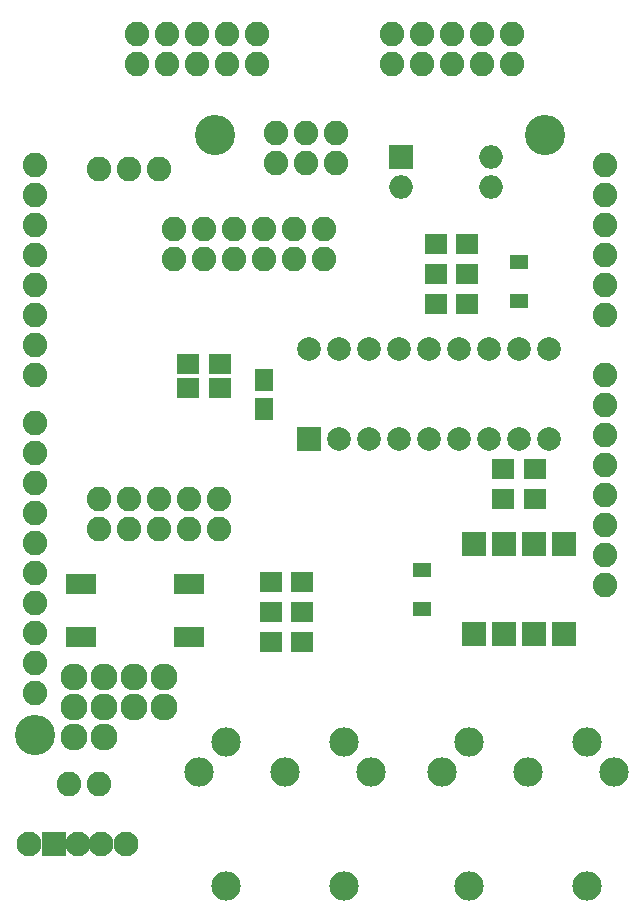
<source format=gts>
G04 #@! TF.FileFunction,Soldermask,Top*
%FSLAX46Y46*%
G04 Gerber Fmt 4.6, Leading zero omitted, Abs format (unit mm)*
G04 Created by KiCad (PCBNEW 4.0.7) date 04/09/18 15:19:32*
%MOMM*%
%LPD*%
G01*
G04 APERTURE LIST*
%ADD10C,0.100000*%
%ADD11R,1.600000X1.300000*%
%ADD12C,2.082800*%
%ADD13R,2.000000X2.000000*%
%ADD14C,2.000000*%
%ADD15C,2.279600*%
%ADD16C,2.489200*%
%ADD17O,2.000000X2.000000*%
%ADD18R,2.100000X2.100000*%
%ADD19C,2.100000*%
%ADD20R,1.650000X1.900000*%
%ADD21R,1.900000X1.700000*%
%ADD22R,2.500000X1.800000*%
%ADD23C,3.403200*%
G04 APERTURE END LIST*
D10*
D11*
X191770000Y-58675000D03*
X191770000Y-61975000D03*
D12*
X166370000Y-78740000D03*
X166370000Y-81280000D03*
X163830000Y-78740000D03*
X163830000Y-81280000D03*
X161290000Y-78740000D03*
X161290000Y-81280000D03*
X158750000Y-78740000D03*
X158750000Y-81280000D03*
X156210000Y-78740000D03*
X156210000Y-81280000D03*
X162560000Y-58420000D03*
X162560000Y-55880000D03*
X165100000Y-58420000D03*
X165100000Y-55880000D03*
X167640000Y-58420000D03*
X167640000Y-55880000D03*
X170180000Y-58420000D03*
X170180000Y-55880000D03*
X172720000Y-58420000D03*
X172720000Y-55880000D03*
X175260000Y-58420000D03*
X175260000Y-55880000D03*
D13*
X173990000Y-73660000D03*
D14*
X176530000Y-73660000D03*
X179070000Y-73660000D03*
X181610000Y-73660000D03*
X184150000Y-73660000D03*
X186690000Y-73660000D03*
X189230000Y-73660000D03*
X189230000Y-66040000D03*
X186690000Y-66040000D03*
X184150000Y-66040000D03*
X181610000Y-66040000D03*
X179070000Y-66040000D03*
X176530000Y-66040000D03*
X173990000Y-66040000D03*
X191770000Y-73660000D03*
X191770000Y-66040000D03*
X194310000Y-73660000D03*
X194310000Y-66040000D03*
D12*
X199050000Y-78330000D03*
X199050000Y-75790000D03*
X171160800Y-47710300D03*
X199050000Y-63090000D03*
X199050000Y-60550000D03*
X199050000Y-58010000D03*
X199050000Y-55470000D03*
X199050000Y-52930000D03*
X199050000Y-50390000D03*
X150790000Y-90014000D03*
X150790000Y-55470000D03*
X150790000Y-58010000D03*
X150790000Y-60550000D03*
X150790000Y-63090000D03*
X150790000Y-65630000D03*
X150790000Y-68170000D03*
X150790000Y-72234000D03*
X150790000Y-74774000D03*
X150790000Y-77314000D03*
X150790000Y-79854000D03*
X150790000Y-82394000D03*
X150790000Y-84934000D03*
X199050000Y-73250000D03*
X199050000Y-70710000D03*
X150790000Y-87474000D03*
X176238260Y-47710300D03*
X199050000Y-83410000D03*
X171160800Y-50250300D03*
X173700800Y-47710300D03*
X199050000Y-85950000D03*
X199050000Y-80870000D03*
X176238260Y-50250300D03*
X150790000Y-50390000D03*
X173700800Y-50250300D03*
X150790000Y-95094000D03*
X150790000Y-92554000D03*
X150790000Y-52930000D03*
X199050000Y-68170000D03*
D15*
X154092000Y-93815600D03*
X156632000Y-93815600D03*
X159172000Y-93815600D03*
X161712000Y-93815600D03*
X154092000Y-96355600D03*
X156632000Y-96355600D03*
X159172000Y-96355600D03*
X161712000Y-96355600D03*
X154092000Y-98895600D03*
X156632000Y-98895600D03*
D16*
X199831960Y-101800660D03*
X192532000Y-101800660D03*
X185232040Y-101800660D03*
X197530720Y-99301300D03*
X187533280Y-99301300D03*
X187533280Y-111500920D03*
X197530720Y-111500920D03*
X179257960Y-101800660D03*
X171958000Y-101800660D03*
X164658040Y-101800660D03*
X176956720Y-99301300D03*
X166959280Y-99301300D03*
X166959280Y-111500920D03*
X176956720Y-111500920D03*
D12*
X153670000Y-102870000D03*
X156210000Y-102870000D03*
X156210000Y-50800000D03*
X158750000Y-50800000D03*
X161290000Y-50800000D03*
D13*
X181737000Y-49784000D03*
D17*
X189357000Y-52324000D03*
X181737000Y-52324000D03*
X189357000Y-49784000D03*
D18*
X152400000Y-107950000D03*
D19*
X154400000Y-107950000D03*
X156400000Y-107950000D03*
X150300000Y-107950000D03*
X158500000Y-107950000D03*
D20*
X170180000Y-68600000D03*
X170180000Y-71100000D03*
D11*
X183515000Y-84710000D03*
X183515000Y-88010000D03*
D21*
X170735000Y-90805000D03*
X173435000Y-90805000D03*
X190420000Y-78740000D03*
X193120000Y-78740000D03*
X170735000Y-88265000D03*
X173435000Y-88265000D03*
X173435000Y-85725000D03*
X170735000Y-85725000D03*
X184705000Y-59690000D03*
X187405000Y-59690000D03*
X190420000Y-76200000D03*
X193120000Y-76200000D03*
X184705000Y-62230000D03*
X187405000Y-62230000D03*
X184705000Y-57150000D03*
X187405000Y-57150000D03*
D22*
X163808000Y-85888000D03*
X163808000Y-90388000D03*
X154708000Y-90388000D03*
X154708000Y-85888000D03*
D13*
X187960000Y-90170000D03*
X195580000Y-82550000D03*
X190500000Y-90170000D03*
X193040000Y-82550000D03*
X193040000Y-90170000D03*
X190500000Y-82550000D03*
X195580000Y-90170000D03*
X187960000Y-82550000D03*
D12*
X159385000Y-41910000D03*
X159385000Y-39370000D03*
X161925000Y-41910000D03*
X161925000Y-39370000D03*
X164465000Y-41910000D03*
X164465000Y-39370000D03*
X167005000Y-41910000D03*
X167005000Y-39370000D03*
X169545000Y-41910000D03*
X169545000Y-39370000D03*
X180975000Y-41910000D03*
X180975000Y-39370000D03*
X183515000Y-41910000D03*
X183515000Y-39370000D03*
X186055000Y-41910000D03*
X186055000Y-39370000D03*
X188595000Y-41910000D03*
X188595000Y-39370000D03*
X191135000Y-41910000D03*
X191135000Y-39370000D03*
D23*
X166065200Y-47853600D03*
X194005200Y-47853600D03*
X150825200Y-98653600D03*
D21*
X166450000Y-69342000D03*
X163750000Y-69342000D03*
X166450000Y-67310000D03*
X163750000Y-67310000D03*
M02*

</source>
